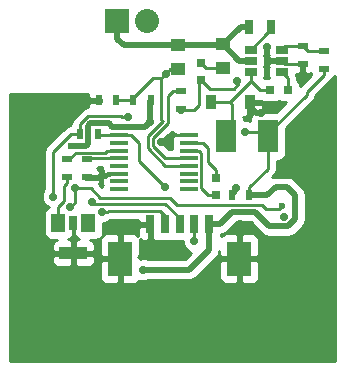
<source format=gbr>
G04 #@! TF.FileFunction,Copper,L1,Top,Signal*
%FSLAX46Y46*%
G04 Gerber Fmt 4.6, Leading zero omitted, Abs format (unit mm)*
G04 Created by KiCad (PCBNEW 4.0.1-2.fc23-product) date Wed 16 Mar 2016 04:27:10 PM CET*
%MOMM*%
G01*
G04 APERTURE LIST*
%ADD10C,0.100000*%
%ADD11R,0.750000X0.800000*%
%ADD12R,0.800000X0.750000*%
%ADD13R,1.250000X1.000000*%
%ADD14R,0.910000X1.220000*%
%ADD15R,1.778000X2.794000*%
%ADD16R,0.900000X0.500000*%
%ADD17R,0.500000X0.900000*%
%ADD18R,0.700000X1.300000*%
%ADD19R,1.200000X1.500000*%
%ADD20R,2.400000X1.100000*%
%ADD21R,0.800000X1.200000*%
%ADD22R,1.000760X0.690880*%
%ADD23R,1.500000X0.450000*%
%ADD24R,2.032000X2.032000*%
%ADD25O,2.032000X2.032000*%
%ADD26R,0.800000X1.600000*%
%ADD27R,2.100000X3.000000*%
%ADD28C,0.700000*%
%ADD29C,0.600000*%
%ADD30C,0.250000*%
%ADD31C,0.500000*%
%ADD32C,0.254000*%
G04 APERTURE END LIST*
D10*
D11*
X162150000Y-91300000D03*
X162150000Y-89800000D03*
D12*
X168250000Y-82400000D03*
X166750000Y-82400000D03*
D13*
X158950000Y-78600000D03*
X158950000Y-80600000D03*
X162750000Y-78500000D03*
X162750000Y-80500000D03*
D11*
X160900000Y-81550000D03*
X160900000Y-80050000D03*
D14*
X161765000Y-83400000D03*
X165035000Y-83400000D03*
D15*
X163022000Y-86300000D03*
X166578000Y-86300000D03*
D16*
X149550000Y-88250000D03*
X149550000Y-89750000D03*
X151250000Y-88250000D03*
X151250000Y-89750000D03*
D17*
X152150000Y-86100000D03*
X150650000Y-86100000D03*
X165000000Y-91300000D03*
X163500000Y-91300000D03*
D16*
X159200000Y-84000000D03*
X159200000Y-82500000D03*
D18*
X164950000Y-77000000D03*
X166850000Y-77000000D03*
D17*
X156650000Y-83250000D03*
X155150000Y-83250000D03*
X153750000Y-83250000D03*
X152250000Y-83250000D03*
D19*
X151370000Y-93660000D03*
X148830000Y-93660000D03*
D20*
X150100000Y-96200000D03*
D21*
X150100000Y-93660000D03*
D16*
X171300000Y-80600000D03*
X171300000Y-79100000D03*
X169500000Y-78650000D03*
X169500000Y-80150000D03*
D22*
X167750480Y-80849960D03*
X167750480Y-79900000D03*
X167750480Y-78950040D03*
X165149520Y-78950040D03*
X165149520Y-79900000D03*
X165149520Y-80849960D03*
D23*
X159850000Y-90765000D03*
X159850000Y-90115000D03*
X159850000Y-89465000D03*
X159850000Y-88815000D03*
X159850000Y-88165000D03*
X159850000Y-87515000D03*
X159850000Y-86865000D03*
X159850000Y-86215000D03*
X153950000Y-86215000D03*
X153950000Y-86865000D03*
X153950000Y-87515000D03*
X153950000Y-88165000D03*
X153950000Y-88815000D03*
X153950000Y-89465000D03*
X153950000Y-90115000D03*
X153950000Y-90765000D03*
D24*
X153800000Y-76500000D03*
D25*
X156340000Y-76500000D03*
D26*
X156600000Y-93750000D03*
X157850000Y-93750000D03*
X159100000Y-93750000D03*
X160350000Y-93750000D03*
X161600000Y-93750000D03*
D27*
X154050000Y-96650000D03*
X164150000Y-96650000D03*
D28*
X157900000Y-81000000D03*
X166500000Y-78700000D03*
X169800000Y-81400000D03*
X157500000Y-86800000D03*
X165991746Y-84352998D03*
X160900000Y-80050000D03*
X167900000Y-93100000D03*
X164200000Y-93694990D03*
D29*
X149900011Y-87099989D03*
D28*
X156600000Y-85100000D03*
X159200000Y-84074692D03*
X156000000Y-97600000D03*
X164600000Y-85900000D03*
X163950000Y-81600000D03*
X152500000Y-92675010D03*
X151700000Y-91824990D03*
X160350000Y-95200000D03*
X148400000Y-91400000D03*
X154700000Y-84699989D03*
D29*
X167750000Y-92200000D03*
D28*
X150200000Y-90700000D03*
X149800000Y-92300000D03*
X157825000Y-90600000D03*
X163850000Y-90690011D03*
D30*
X155150000Y-83250000D02*
X153750000Y-83250000D01*
X157550001Y-81349999D02*
X156850001Y-81349999D01*
X156850001Y-81349999D02*
X155150000Y-83050000D01*
X155150000Y-83050000D02*
X155150000Y-83250000D01*
X157900000Y-81000000D02*
X157550001Y-81349999D01*
X159850000Y-88815000D02*
X157879588Y-88815000D01*
X157879588Y-88815000D02*
X156374989Y-87310401D01*
X156374989Y-87310401D02*
X156374990Y-86289598D01*
X156374990Y-86289598D02*
X157649990Y-85014598D01*
X157649990Y-85014598D02*
X157550001Y-84914609D01*
X157550001Y-84914609D02*
X157550001Y-81349999D01*
X158950000Y-80600000D02*
X158300000Y-80600000D01*
X158300000Y-80600000D02*
X157900000Y-81000000D01*
X162750000Y-80500000D02*
X161350000Y-80500000D01*
X161350000Y-80500000D02*
X160900000Y-80050000D01*
D31*
X166500000Y-79649900D02*
X166500000Y-78700000D01*
X167750480Y-79900000D02*
X166750100Y-79900000D01*
X166750100Y-79900000D02*
X166500000Y-79649900D01*
X169500000Y-81100000D02*
X169800000Y-81400000D01*
X169500000Y-80150000D02*
X169500000Y-81100000D01*
D30*
X158085000Y-86215000D02*
X157500000Y-86800000D01*
X158585000Y-86215000D02*
X158085000Y-86215000D01*
X159850000Y-86215000D02*
X158585000Y-86215000D01*
D31*
X165035000Y-83835000D02*
X165552998Y-84352998D01*
X165552998Y-84352998D02*
X165991746Y-84352998D01*
X165035000Y-83400000D02*
X165035000Y-83835000D01*
D30*
X153034999Y-89365001D02*
X153300000Y-89365001D01*
X152800000Y-89465000D02*
X152635000Y-89465000D01*
X153950000Y-89465000D02*
X152800000Y-89465000D01*
X152935000Y-89465000D02*
X153034999Y-89365001D01*
X152800000Y-89465000D02*
X152935000Y-89465000D01*
X152939999Y-89564999D02*
X153200000Y-89564999D01*
X151250000Y-89750000D02*
X152754998Y-89750000D01*
X152754998Y-89750000D02*
X152939999Y-89564999D01*
X152635000Y-89465000D02*
X152350000Y-89750000D01*
X152350000Y-89750000D02*
X151250000Y-89750000D01*
X169500000Y-80150000D02*
X168000480Y-80150000D01*
X168000480Y-80150000D02*
X167750480Y-79900000D01*
D31*
X153400000Y-85499999D02*
X153100000Y-85199999D01*
X153100000Y-85199999D02*
X151539999Y-85199999D01*
X151539999Y-85199999D02*
X151350001Y-85389997D01*
X151350001Y-85389997D02*
X151350001Y-86910001D01*
X151350001Y-86910001D02*
X151160013Y-87099989D01*
X151160013Y-87099989D02*
X149900011Y-87099989D01*
X156600000Y-85100000D02*
X156600000Y-83300000D01*
X156600000Y-83300000D02*
X156650000Y-83250000D01*
D30*
X155175001Y-85374999D02*
X153400000Y-85499999D01*
D31*
X156200001Y-85499999D02*
X154233189Y-85499999D01*
X156600000Y-85100000D02*
X156200001Y-85499999D01*
X154233189Y-85499999D02*
X153400000Y-85499999D01*
X161600000Y-95900000D02*
X159900000Y-97600000D01*
X159900000Y-97600000D02*
X156000000Y-97600000D01*
X161600000Y-93750000D02*
X161600000Y-95900000D01*
X165000000Y-91300000D02*
X166515998Y-91300000D01*
X166515998Y-91300000D02*
X167215999Y-90599999D01*
X167215999Y-90599999D02*
X168199999Y-90599999D01*
X166700001Y-93900001D02*
X165500000Y-92700000D01*
X168199999Y-90599999D02*
X168900000Y-91300000D01*
X165500000Y-92700000D02*
X163550000Y-92700000D01*
X162500000Y-93750000D02*
X161600000Y-93750000D01*
X168900000Y-91300000D02*
X168900000Y-93284002D01*
X163550000Y-92700000D02*
X162500000Y-93750000D01*
X168900000Y-93284002D02*
X168284001Y-93900001D01*
X168284001Y-93900001D02*
X166700001Y-93900001D01*
D30*
X171300000Y-80600000D02*
X171300000Y-81100000D01*
X171300000Y-81100000D02*
X169850000Y-82550000D01*
X169850000Y-82550000D02*
X169850000Y-82770000D01*
X164600000Y-85900000D02*
X166178000Y-85900000D01*
X166178000Y-85900000D02*
X166578000Y-86300000D01*
X165000000Y-91300000D02*
X165000000Y-91500000D01*
X166578000Y-86300000D02*
X166578000Y-86808000D01*
X165000000Y-90600000D02*
X166578000Y-89022000D01*
X166578000Y-89022000D02*
X166578000Y-86300000D01*
X165000000Y-90600000D02*
X165000000Y-91300000D01*
X167078000Y-86050000D02*
X167078000Y-86558000D01*
X169850000Y-82770000D02*
X167078000Y-85542000D01*
X167078000Y-85542000D02*
X167078000Y-86050000D01*
X163700000Y-82250000D02*
X164073482Y-81876518D01*
X164073482Y-81876518D02*
X164073482Y-81789998D01*
X161625000Y-82250000D02*
X163700000Y-82250000D01*
X160750000Y-81350000D02*
X160750000Y-81375000D01*
X160750000Y-81375000D02*
X161625000Y-82250000D01*
X160350000Y-84050000D02*
X160750000Y-83650000D01*
X160750000Y-83650000D02*
X160750000Y-81350000D01*
X160350000Y-84050000D02*
X159250000Y-84050000D01*
D31*
X158950000Y-78600000D02*
X162650000Y-78600000D01*
X162650000Y-78600000D02*
X162750000Y-78500000D01*
X158950000Y-78600000D02*
X154384000Y-78600000D01*
X154384000Y-78600000D02*
X153800000Y-78016000D01*
X153800000Y-78016000D02*
X153800000Y-76500000D01*
X165149520Y-79900000D02*
X164150000Y-79900000D01*
X164150000Y-79900000D02*
X162750000Y-78500000D01*
X164950000Y-77000000D02*
X164250000Y-77000000D01*
X164250000Y-77000000D02*
X162750000Y-78500000D01*
D30*
X159075000Y-78600000D02*
X158950000Y-78600000D01*
X152500000Y-92675010D02*
X152994974Y-92675010D01*
X157424999Y-92624999D02*
X157850000Y-93050000D01*
X152994974Y-92675010D02*
X153044985Y-92624999D01*
X153044985Y-92624999D02*
X157424999Y-92624999D01*
X157850000Y-93050000D02*
X157850000Y-93750000D01*
X157885002Y-92000000D02*
X151800000Y-92000000D01*
X159100000Y-93214998D02*
X157885002Y-92000000D01*
X151800000Y-92000000D02*
X151800000Y-91924990D01*
X151800000Y-91924990D02*
X151700000Y-91824990D01*
X159100000Y-93750000D02*
X159100000Y-93214998D01*
X159100000Y-93750000D02*
X159100000Y-94285002D01*
X160350000Y-94800000D02*
X160350000Y-95200000D01*
X160350000Y-93750000D02*
X160350000Y-94800000D01*
X150650000Y-86100000D02*
X149900998Y-86100000D01*
X149900998Y-86100000D02*
X148400000Y-87600998D01*
X148400000Y-87600998D02*
X148400000Y-90905026D01*
X148400000Y-90905026D02*
X148400000Y-91400000D01*
X154105037Y-84600000D02*
X151326812Y-84600000D01*
X150650000Y-85276812D02*
X150650000Y-85400000D01*
X150650000Y-85400000D02*
X150650000Y-86100000D01*
X151326812Y-84600000D02*
X150650000Y-85276812D01*
X154700000Y-84699989D02*
X154205026Y-84699989D01*
X154205026Y-84699989D02*
X154105037Y-84600000D01*
X154700000Y-84700000D02*
X154700000Y-84699989D01*
X166850000Y-77000000D02*
X166850000Y-77249560D01*
X166850000Y-77249560D02*
X166450000Y-77649560D01*
X166450000Y-77649560D02*
X165149520Y-78950040D01*
X171300000Y-79100000D02*
X169950000Y-79100000D01*
X169950000Y-79100000D02*
X169500000Y-78650000D01*
X169500000Y-78650000D02*
X168050520Y-78650000D01*
X168050520Y-78650000D02*
X167750480Y-78950040D01*
X167525001Y-92424999D02*
X167750000Y-92200000D01*
X166074990Y-92124990D02*
X166374999Y-92424999D01*
X166374999Y-92424999D02*
X167525001Y-92424999D01*
X158875001Y-92075001D02*
X158924990Y-92124990D01*
X158924990Y-92124990D02*
X166074990Y-92124990D01*
X158300000Y-91500000D02*
X158875001Y-92075001D01*
X152374012Y-91500000D02*
X158300000Y-91500000D01*
X152374012Y-91500000D02*
X151574012Y-90700000D01*
X151574012Y-90700000D02*
X150200000Y-90700000D01*
X150200000Y-90700000D02*
X150200000Y-91900000D01*
X150200000Y-91900000D02*
X149800000Y-92300000D01*
X153950000Y-86215000D02*
X152235000Y-86215000D01*
X152235000Y-86215000D02*
X152150000Y-86300000D01*
X157825000Y-90600000D02*
X155650000Y-88425000D01*
X155650000Y-86850000D02*
X155015000Y-86215000D01*
X155015000Y-86215000D02*
X153950000Y-86215000D01*
X155650000Y-88425000D02*
X155650000Y-86850000D01*
X168250000Y-82400000D02*
X168250000Y-81349480D01*
X168250000Y-81349480D02*
X167750480Y-80849960D01*
X163522000Y-86050000D02*
X163522000Y-83533518D01*
X163522000Y-83533518D02*
X163388482Y-83400000D01*
X166750000Y-82400000D02*
X165910558Y-82400000D01*
X165910558Y-82400000D02*
X165149520Y-81638962D01*
X165149520Y-80849960D02*
X165149520Y-81638962D01*
X161765000Y-83400000D02*
X163388482Y-83400000D01*
X163388482Y-83400000D02*
X165149520Y-81638962D01*
X159850000Y-87515000D02*
X160760002Y-87515000D01*
X160760002Y-87515000D02*
X160925001Y-87679999D01*
X160925001Y-87679999D02*
X160925001Y-90700001D01*
X160925001Y-90700001D02*
X161525000Y-91300000D01*
X161525000Y-91300000D02*
X162150000Y-91300000D01*
X161500000Y-87250000D02*
X161500000Y-88500000D01*
X161500000Y-88500000D02*
X162150000Y-89150000D01*
X162150000Y-89150000D02*
X162150000Y-89800000D01*
X161115000Y-86865000D02*
X161500000Y-87250000D01*
X160850000Y-86865000D02*
X161115000Y-86865000D01*
X160915000Y-86865000D02*
X160850000Y-86865000D01*
X160850000Y-86865000D02*
X159850000Y-86865000D01*
X159850000Y-88165000D02*
X157865998Y-88165000D01*
X158500000Y-82500000D02*
X159200000Y-82500000D01*
X157865998Y-88165000D02*
X156824999Y-87124001D01*
X156824999Y-87124001D02*
X156824999Y-86475999D01*
X156824999Y-86475999D02*
X158100000Y-85200998D01*
X158100000Y-85200998D02*
X158100000Y-82900000D01*
X158100000Y-82900000D02*
X158500000Y-82500000D01*
X153950000Y-87515000D02*
X152950000Y-87515000D01*
X152950000Y-87515000D02*
X152790001Y-87674999D01*
X152790001Y-87674999D02*
X150325001Y-87674999D01*
X150325001Y-87674999D02*
X149750000Y-88250000D01*
X149750000Y-88250000D02*
X149550000Y-88250000D01*
X149300000Y-91800000D02*
X148830000Y-92270000D01*
X148830000Y-92270000D02*
X148830000Y-93660000D01*
X149300000Y-90500000D02*
X149300000Y-91800000D01*
X149550000Y-90250000D02*
X149300000Y-90500000D01*
X149550000Y-89750000D02*
X149550000Y-90250000D01*
X149550000Y-89750000D02*
X149530000Y-89770000D01*
X151250000Y-88250000D02*
X151450000Y-88250000D01*
X153950000Y-88165000D02*
X151335000Y-88165000D01*
X151335000Y-88165000D02*
X151250000Y-88250000D01*
X163850000Y-90690011D02*
X163850000Y-90950000D01*
X163850000Y-90950000D02*
X163500000Y-91300000D01*
X163400000Y-91200000D02*
X163500000Y-91300000D01*
X163500000Y-91300000D02*
X163500000Y-91500000D01*
D32*
G36*
X172290000Y-105290000D02*
X144710000Y-105290000D01*
X144710000Y-96485750D01*
X148265000Y-96485750D01*
X148265000Y-96876310D01*
X148361673Y-97109699D01*
X148540302Y-97288327D01*
X148773691Y-97385000D01*
X149814250Y-97385000D01*
X149973000Y-97226250D01*
X149973000Y-96327000D01*
X150227000Y-96327000D01*
X150227000Y-97226250D01*
X150385750Y-97385000D01*
X151426309Y-97385000D01*
X151659698Y-97288327D01*
X151838327Y-97109699D01*
X151910379Y-96935750D01*
X152365000Y-96935750D01*
X152365000Y-98276310D01*
X152461673Y-98509699D01*
X152640302Y-98688327D01*
X152873691Y-98785000D01*
X153764250Y-98785000D01*
X153923000Y-98626250D01*
X153923000Y-96777000D01*
X152523750Y-96777000D01*
X152365000Y-96935750D01*
X151910379Y-96935750D01*
X151935000Y-96876310D01*
X151935000Y-96485750D01*
X151776250Y-96327000D01*
X150227000Y-96327000D01*
X149973000Y-96327000D01*
X148423750Y-96327000D01*
X148265000Y-96485750D01*
X144710000Y-96485750D01*
X144710000Y-82727000D01*
X151365000Y-82727000D01*
X151365000Y-82964250D01*
X151523750Y-83123000D01*
X152125000Y-83123000D01*
X152125000Y-83103000D01*
X152375000Y-83103000D01*
X152375000Y-83123000D01*
X152397000Y-83123000D01*
X152397000Y-83377000D01*
X152375000Y-83377000D01*
X152375000Y-83397000D01*
X152125000Y-83397000D01*
X152125000Y-83377000D01*
X151523750Y-83377000D01*
X151365000Y-83535750D01*
X151365000Y-83826310D01*
X151370671Y-83840000D01*
X151326812Y-83840000D01*
X151035973Y-83897852D01*
X150789411Y-84062599D01*
X150112599Y-84739411D01*
X149947852Y-84985973D01*
X149891459Y-85269479D01*
X149834194Y-85353288D01*
X149610159Y-85397852D01*
X149363597Y-85562599D01*
X147862599Y-87063597D01*
X147697852Y-87310159D01*
X147640000Y-87600998D01*
X147640000Y-90766889D01*
X147565445Y-90841314D01*
X147415172Y-91203212D01*
X147414830Y-91595069D01*
X147564471Y-91957229D01*
X147841314Y-92234555D01*
X148008933Y-92304157D01*
X147994683Y-92306838D01*
X147778559Y-92445910D01*
X147633569Y-92658110D01*
X147582560Y-92910000D01*
X147582560Y-94410000D01*
X147626838Y-94645317D01*
X147765910Y-94861441D01*
X147978110Y-95006431D01*
X148230000Y-95057440D01*
X148671232Y-95057440D01*
X148540302Y-95111673D01*
X148361673Y-95290301D01*
X148265000Y-95523690D01*
X148265000Y-95914250D01*
X148423750Y-96073000D01*
X149973000Y-96073000D01*
X149973000Y-95173750D01*
X149814250Y-95015000D01*
X149655549Y-95015000D01*
X149665317Y-95013162D01*
X149881441Y-94874090D01*
X150026431Y-94661890D01*
X150077440Y-94410000D01*
X150077440Y-93513000D01*
X150122560Y-93513000D01*
X150122560Y-94410000D01*
X150166838Y-94645317D01*
X150305910Y-94861441D01*
X150518110Y-95006431D01*
X150560425Y-95015000D01*
X150385750Y-95015000D01*
X150227000Y-95173750D01*
X150227000Y-96073000D01*
X151776250Y-96073000D01*
X151935000Y-95914250D01*
X151935000Y-95523690D01*
X151838327Y-95290301D01*
X151659698Y-95111673D01*
X151528768Y-95057440D01*
X151970000Y-95057440D01*
X152205317Y-95013162D01*
X152421441Y-94874090D01*
X152435473Y-94853554D01*
X152365000Y-95023690D01*
X152365000Y-96364250D01*
X152523750Y-96523000D01*
X153923000Y-96523000D01*
X153923000Y-94673750D01*
X153764250Y-94515000D01*
X152873691Y-94515000D01*
X152640302Y-94611673D01*
X152515404Y-94736570D01*
X152566431Y-94661890D01*
X152617440Y-94410000D01*
X152617440Y-93660112D01*
X152695069Y-93660180D01*
X153057229Y-93510539D01*
X153167210Y-93400750D01*
X153246394Y-93384999D01*
X155565000Y-93384999D01*
X155565000Y-93464250D01*
X155723750Y-93623000D01*
X156473000Y-93623000D01*
X156473000Y-93603000D01*
X156727000Y-93603000D01*
X156727000Y-93623000D01*
X156747000Y-93623000D01*
X156747000Y-93877000D01*
X156727000Y-93877000D01*
X156727000Y-95026250D01*
X156885750Y-95185000D01*
X157126309Y-95185000D01*
X157212424Y-95149330D01*
X157450000Y-95197440D01*
X158250000Y-95197440D01*
X158483260Y-95153549D01*
X158700000Y-95197440D01*
X159365002Y-95197440D01*
X159364830Y-95395069D01*
X159514471Y-95757229D01*
X159791314Y-96034555D01*
X160089887Y-96158533D01*
X159533420Y-96715000D01*
X156437201Y-96715000D01*
X156196788Y-96615172D01*
X155804931Y-96614830D01*
X155735000Y-96643725D01*
X155735000Y-96522998D01*
X155576252Y-96522998D01*
X155735000Y-96364250D01*
X155735000Y-95023690D01*
X155706246Y-94954272D01*
X155840302Y-95088327D01*
X156073691Y-95185000D01*
X156314250Y-95185000D01*
X156473000Y-95026250D01*
X156473000Y-93877000D01*
X155723750Y-93877000D01*
X155565000Y-94035750D01*
X155565000Y-94676310D01*
X155593754Y-94745728D01*
X155459698Y-94611673D01*
X155226309Y-94515000D01*
X154335750Y-94515000D01*
X154177000Y-94673750D01*
X154177000Y-96523000D01*
X154197000Y-96523000D01*
X154197000Y-96777000D01*
X154177000Y-96777000D01*
X154177000Y-98626250D01*
X154335750Y-98785000D01*
X155226309Y-98785000D01*
X155459698Y-98688327D01*
X155633619Y-98514407D01*
X155803212Y-98584828D01*
X156195069Y-98585170D01*
X156437500Y-98485000D01*
X159899995Y-98485000D01*
X159900000Y-98485001D01*
X160182484Y-98428810D01*
X160238675Y-98417633D01*
X160525790Y-98225790D01*
X161815829Y-96935750D01*
X162465000Y-96935750D01*
X162465000Y-98276310D01*
X162561673Y-98509699D01*
X162740302Y-98688327D01*
X162973691Y-98785000D01*
X163864250Y-98785000D01*
X164023000Y-98626250D01*
X164023000Y-96777000D01*
X164277000Y-96777000D01*
X164277000Y-98626250D01*
X164435750Y-98785000D01*
X165326309Y-98785000D01*
X165559698Y-98688327D01*
X165738327Y-98509699D01*
X165835000Y-98276310D01*
X165835000Y-96935750D01*
X165676250Y-96777000D01*
X164277000Y-96777000D01*
X164023000Y-96777000D01*
X162623750Y-96777000D01*
X162465000Y-96935750D01*
X161815829Y-96935750D01*
X162225787Y-96525792D01*
X162225790Y-96525790D01*
X162417633Y-96238675D01*
X162450588Y-96073000D01*
X162465000Y-96000549D01*
X162465000Y-96364250D01*
X162623750Y-96523000D01*
X164023000Y-96523000D01*
X164023000Y-94673750D01*
X164277000Y-94673750D01*
X164277000Y-96523000D01*
X165676250Y-96523000D01*
X165835000Y-96364250D01*
X165835000Y-95023690D01*
X165738327Y-94790301D01*
X165559698Y-94611673D01*
X165326309Y-94515000D01*
X164435750Y-94515000D01*
X164277000Y-94673750D01*
X164023000Y-94673750D01*
X163864250Y-94515000D01*
X162973691Y-94515000D01*
X162740302Y-94611673D01*
X162608200Y-94743775D01*
X162635693Y-94608009D01*
X162797411Y-94575841D01*
X162838675Y-94567633D01*
X163125790Y-94375790D01*
X163916579Y-93585000D01*
X165133420Y-93585000D01*
X166074209Y-94525788D01*
X166074211Y-94525791D01*
X166361326Y-94717634D01*
X166417517Y-94728811D01*
X166700001Y-94785002D01*
X166700006Y-94785001D01*
X168283996Y-94785001D01*
X168284001Y-94785002D01*
X168566485Y-94728811D01*
X168622676Y-94717634D01*
X168909791Y-94525791D01*
X169525787Y-93909794D01*
X169525790Y-93909792D01*
X169717633Y-93622677D01*
X169724650Y-93587401D01*
X169785001Y-93284002D01*
X169785000Y-93283997D01*
X169785000Y-91300005D01*
X169785001Y-91300000D01*
X169717633Y-90961326D01*
X169717633Y-90961325D01*
X169525790Y-90674210D01*
X169525787Y-90674208D01*
X168825789Y-89974209D01*
X168769859Y-89936838D01*
X168538674Y-89782366D01*
X168453607Y-89765445D01*
X168199999Y-89714998D01*
X168199994Y-89714999D01*
X167216004Y-89714999D01*
X167215999Y-89714998D01*
X166962391Y-89765445D01*
X166896188Y-89778614D01*
X167115401Y-89559401D01*
X167280148Y-89312839D01*
X167338000Y-89022000D01*
X167338000Y-88344440D01*
X167467000Y-88344440D01*
X167702317Y-88300162D01*
X167918441Y-88161090D01*
X168063431Y-87948890D01*
X168114440Y-87697000D01*
X168114440Y-85580362D01*
X170387401Y-83307401D01*
X170552148Y-83060839D01*
X170586460Y-82888342D01*
X171837401Y-81637401D01*
X171956937Y-81458502D01*
X171985317Y-81453162D01*
X172201441Y-81314090D01*
X172290000Y-81184480D01*
X172290000Y-105290000D01*
X172290000Y-105290000D01*
G37*
X172290000Y-105290000D02*
X144710000Y-105290000D01*
X144710000Y-96485750D01*
X148265000Y-96485750D01*
X148265000Y-96876310D01*
X148361673Y-97109699D01*
X148540302Y-97288327D01*
X148773691Y-97385000D01*
X149814250Y-97385000D01*
X149973000Y-97226250D01*
X149973000Y-96327000D01*
X150227000Y-96327000D01*
X150227000Y-97226250D01*
X150385750Y-97385000D01*
X151426309Y-97385000D01*
X151659698Y-97288327D01*
X151838327Y-97109699D01*
X151910379Y-96935750D01*
X152365000Y-96935750D01*
X152365000Y-98276310D01*
X152461673Y-98509699D01*
X152640302Y-98688327D01*
X152873691Y-98785000D01*
X153764250Y-98785000D01*
X153923000Y-98626250D01*
X153923000Y-96777000D01*
X152523750Y-96777000D01*
X152365000Y-96935750D01*
X151910379Y-96935750D01*
X151935000Y-96876310D01*
X151935000Y-96485750D01*
X151776250Y-96327000D01*
X150227000Y-96327000D01*
X149973000Y-96327000D01*
X148423750Y-96327000D01*
X148265000Y-96485750D01*
X144710000Y-96485750D01*
X144710000Y-82727000D01*
X151365000Y-82727000D01*
X151365000Y-82964250D01*
X151523750Y-83123000D01*
X152125000Y-83123000D01*
X152125000Y-83103000D01*
X152375000Y-83103000D01*
X152375000Y-83123000D01*
X152397000Y-83123000D01*
X152397000Y-83377000D01*
X152375000Y-83377000D01*
X152375000Y-83397000D01*
X152125000Y-83397000D01*
X152125000Y-83377000D01*
X151523750Y-83377000D01*
X151365000Y-83535750D01*
X151365000Y-83826310D01*
X151370671Y-83840000D01*
X151326812Y-83840000D01*
X151035973Y-83897852D01*
X150789411Y-84062599D01*
X150112599Y-84739411D01*
X149947852Y-84985973D01*
X149891459Y-85269479D01*
X149834194Y-85353288D01*
X149610159Y-85397852D01*
X149363597Y-85562599D01*
X147862599Y-87063597D01*
X147697852Y-87310159D01*
X147640000Y-87600998D01*
X147640000Y-90766889D01*
X147565445Y-90841314D01*
X147415172Y-91203212D01*
X147414830Y-91595069D01*
X147564471Y-91957229D01*
X147841314Y-92234555D01*
X148008933Y-92304157D01*
X147994683Y-92306838D01*
X147778559Y-92445910D01*
X147633569Y-92658110D01*
X147582560Y-92910000D01*
X147582560Y-94410000D01*
X147626838Y-94645317D01*
X147765910Y-94861441D01*
X147978110Y-95006431D01*
X148230000Y-95057440D01*
X148671232Y-95057440D01*
X148540302Y-95111673D01*
X148361673Y-95290301D01*
X148265000Y-95523690D01*
X148265000Y-95914250D01*
X148423750Y-96073000D01*
X149973000Y-96073000D01*
X149973000Y-95173750D01*
X149814250Y-95015000D01*
X149655549Y-95015000D01*
X149665317Y-95013162D01*
X149881441Y-94874090D01*
X150026431Y-94661890D01*
X150077440Y-94410000D01*
X150077440Y-93513000D01*
X150122560Y-93513000D01*
X150122560Y-94410000D01*
X150166838Y-94645317D01*
X150305910Y-94861441D01*
X150518110Y-95006431D01*
X150560425Y-95015000D01*
X150385750Y-95015000D01*
X150227000Y-95173750D01*
X150227000Y-96073000D01*
X151776250Y-96073000D01*
X151935000Y-95914250D01*
X151935000Y-95523690D01*
X151838327Y-95290301D01*
X151659698Y-95111673D01*
X151528768Y-95057440D01*
X151970000Y-95057440D01*
X152205317Y-95013162D01*
X152421441Y-94874090D01*
X152435473Y-94853554D01*
X152365000Y-95023690D01*
X152365000Y-96364250D01*
X152523750Y-96523000D01*
X153923000Y-96523000D01*
X153923000Y-94673750D01*
X153764250Y-94515000D01*
X152873691Y-94515000D01*
X152640302Y-94611673D01*
X152515404Y-94736570D01*
X152566431Y-94661890D01*
X152617440Y-94410000D01*
X152617440Y-93660112D01*
X152695069Y-93660180D01*
X153057229Y-93510539D01*
X153167210Y-93400750D01*
X153246394Y-93384999D01*
X155565000Y-93384999D01*
X155565000Y-93464250D01*
X155723750Y-93623000D01*
X156473000Y-93623000D01*
X156473000Y-93603000D01*
X156727000Y-93603000D01*
X156727000Y-93623000D01*
X156747000Y-93623000D01*
X156747000Y-93877000D01*
X156727000Y-93877000D01*
X156727000Y-95026250D01*
X156885750Y-95185000D01*
X157126309Y-95185000D01*
X157212424Y-95149330D01*
X157450000Y-95197440D01*
X158250000Y-95197440D01*
X158483260Y-95153549D01*
X158700000Y-95197440D01*
X159365002Y-95197440D01*
X159364830Y-95395069D01*
X159514471Y-95757229D01*
X159791314Y-96034555D01*
X160089887Y-96158533D01*
X159533420Y-96715000D01*
X156437201Y-96715000D01*
X156196788Y-96615172D01*
X155804931Y-96614830D01*
X155735000Y-96643725D01*
X155735000Y-96522998D01*
X155576252Y-96522998D01*
X155735000Y-96364250D01*
X155735000Y-95023690D01*
X155706246Y-94954272D01*
X155840302Y-95088327D01*
X156073691Y-95185000D01*
X156314250Y-95185000D01*
X156473000Y-95026250D01*
X156473000Y-93877000D01*
X155723750Y-93877000D01*
X155565000Y-94035750D01*
X155565000Y-94676310D01*
X155593754Y-94745728D01*
X155459698Y-94611673D01*
X155226309Y-94515000D01*
X154335750Y-94515000D01*
X154177000Y-94673750D01*
X154177000Y-96523000D01*
X154197000Y-96523000D01*
X154197000Y-96777000D01*
X154177000Y-96777000D01*
X154177000Y-98626250D01*
X154335750Y-98785000D01*
X155226309Y-98785000D01*
X155459698Y-98688327D01*
X155633619Y-98514407D01*
X155803212Y-98584828D01*
X156195069Y-98585170D01*
X156437500Y-98485000D01*
X159899995Y-98485000D01*
X159900000Y-98485001D01*
X160182484Y-98428810D01*
X160238675Y-98417633D01*
X160525790Y-98225790D01*
X161815829Y-96935750D01*
X162465000Y-96935750D01*
X162465000Y-98276310D01*
X162561673Y-98509699D01*
X162740302Y-98688327D01*
X162973691Y-98785000D01*
X163864250Y-98785000D01*
X164023000Y-98626250D01*
X164023000Y-96777000D01*
X164277000Y-96777000D01*
X164277000Y-98626250D01*
X164435750Y-98785000D01*
X165326309Y-98785000D01*
X165559698Y-98688327D01*
X165738327Y-98509699D01*
X165835000Y-98276310D01*
X165835000Y-96935750D01*
X165676250Y-96777000D01*
X164277000Y-96777000D01*
X164023000Y-96777000D01*
X162623750Y-96777000D01*
X162465000Y-96935750D01*
X161815829Y-96935750D01*
X162225787Y-96525792D01*
X162225790Y-96525790D01*
X162417633Y-96238675D01*
X162450588Y-96073000D01*
X162465000Y-96000549D01*
X162465000Y-96364250D01*
X162623750Y-96523000D01*
X164023000Y-96523000D01*
X164023000Y-94673750D01*
X164277000Y-94673750D01*
X164277000Y-96523000D01*
X165676250Y-96523000D01*
X165835000Y-96364250D01*
X165835000Y-95023690D01*
X165738327Y-94790301D01*
X165559698Y-94611673D01*
X165326309Y-94515000D01*
X164435750Y-94515000D01*
X164277000Y-94673750D01*
X164023000Y-94673750D01*
X163864250Y-94515000D01*
X162973691Y-94515000D01*
X162740302Y-94611673D01*
X162608200Y-94743775D01*
X162635693Y-94608009D01*
X162797411Y-94575841D01*
X162838675Y-94567633D01*
X163125790Y-94375790D01*
X163916579Y-93585000D01*
X165133420Y-93585000D01*
X166074209Y-94525788D01*
X166074211Y-94525791D01*
X166361326Y-94717634D01*
X166417517Y-94728811D01*
X166700001Y-94785002D01*
X166700006Y-94785001D01*
X168283996Y-94785001D01*
X168284001Y-94785002D01*
X168566485Y-94728811D01*
X168622676Y-94717634D01*
X168909791Y-94525791D01*
X169525787Y-93909794D01*
X169525790Y-93909792D01*
X169717633Y-93622677D01*
X169724650Y-93587401D01*
X169785001Y-93284002D01*
X169785000Y-93283997D01*
X169785000Y-91300005D01*
X169785001Y-91300000D01*
X169717633Y-90961326D01*
X169717633Y-90961325D01*
X169525790Y-90674210D01*
X169525787Y-90674208D01*
X168825789Y-89974209D01*
X168769859Y-89936838D01*
X168538674Y-89782366D01*
X168453607Y-89765445D01*
X168199999Y-89714998D01*
X168199994Y-89714999D01*
X167216004Y-89714999D01*
X167215999Y-89714998D01*
X166962391Y-89765445D01*
X166896188Y-89778614D01*
X167115401Y-89559401D01*
X167280148Y-89312839D01*
X167338000Y-89022000D01*
X167338000Y-88344440D01*
X167467000Y-88344440D01*
X167702317Y-88300162D01*
X167918441Y-88161090D01*
X168063431Y-87948890D01*
X168114440Y-87697000D01*
X168114440Y-85580362D01*
X170387401Y-83307401D01*
X170552148Y-83060839D01*
X170586460Y-82888342D01*
X171837401Y-81637401D01*
X171956937Y-81458502D01*
X171985317Y-81453162D01*
X172201441Y-81314090D01*
X172290000Y-81184480D01*
X172290000Y-105290000D01*
G36*
X152552560Y-89040000D02*
X152565980Y-89111323D01*
X152565000Y-89113690D01*
X152565000Y-89193750D01*
X152585312Y-89214062D01*
X152596838Y-89275317D01*
X152720329Y-89467227D01*
X152603569Y-89638110D01*
X152588442Y-89712808D01*
X152565000Y-89736250D01*
X152565000Y-89816310D01*
X152566667Y-89820335D01*
X152552560Y-89890000D01*
X152552560Y-90340000D01*
X152572067Y-90443671D01*
X152552560Y-90540000D01*
X152552560Y-90603746D01*
X152258884Y-90310070D01*
X152335000Y-90126309D01*
X152335000Y-90033750D01*
X152176250Y-89875000D01*
X151377000Y-89875000D01*
X151377000Y-89897000D01*
X151123000Y-89897000D01*
X151123000Y-89875000D01*
X151103000Y-89875000D01*
X151103000Y-89625000D01*
X151123000Y-89625000D01*
X151123000Y-89603000D01*
X151377000Y-89603000D01*
X151377000Y-89625000D01*
X152176250Y-89625000D01*
X152335000Y-89466250D01*
X152335000Y-89373691D01*
X152238327Y-89140302D01*
X152097090Y-88999064D01*
X152151441Y-88964090D01*
X152178150Y-88925000D01*
X152552560Y-88925000D01*
X152552560Y-89040000D01*
X152552560Y-89040000D01*
G37*
X152552560Y-89040000D02*
X152565980Y-89111323D01*
X152565000Y-89113690D01*
X152565000Y-89193750D01*
X152585312Y-89214062D01*
X152596838Y-89275317D01*
X152720329Y-89467227D01*
X152603569Y-89638110D01*
X152588442Y-89712808D01*
X152565000Y-89736250D01*
X152565000Y-89816310D01*
X152566667Y-89820335D01*
X152552560Y-89890000D01*
X152552560Y-90340000D01*
X152572067Y-90443671D01*
X152552560Y-90540000D01*
X152552560Y-90603746D01*
X152258884Y-90310070D01*
X152335000Y-90126309D01*
X152335000Y-90033750D01*
X152176250Y-89875000D01*
X151377000Y-89875000D01*
X151377000Y-89897000D01*
X151123000Y-89897000D01*
X151123000Y-89875000D01*
X151103000Y-89875000D01*
X151103000Y-89625000D01*
X151123000Y-89625000D01*
X151123000Y-89603000D01*
X151377000Y-89603000D01*
X151377000Y-89625000D01*
X152176250Y-89625000D01*
X152335000Y-89466250D01*
X152335000Y-89373691D01*
X152238327Y-89140302D01*
X152097090Y-88999064D01*
X152151441Y-88964090D01*
X152178150Y-88925000D01*
X152552560Y-88925000D01*
X152552560Y-89040000D01*
G36*
X158465000Y-85943750D02*
X158623750Y-86102500D01*
X158762641Y-86102500D01*
X158648559Y-86175910D01*
X158503569Y-86388110D01*
X158488442Y-86462808D01*
X158465000Y-86486250D01*
X158465000Y-86566310D01*
X158466667Y-86570335D01*
X158452560Y-86640000D01*
X158452560Y-87090000D01*
X158472067Y-87193671D01*
X158452560Y-87290000D01*
X158452560Y-87405000D01*
X158180800Y-87405000D01*
X157584999Y-86809199D01*
X157584999Y-86790801D01*
X158465000Y-85910800D01*
X158465000Y-85943750D01*
X158465000Y-85943750D01*
G37*
X158465000Y-85943750D02*
X158623750Y-86102500D01*
X158762641Y-86102500D01*
X158648559Y-86175910D01*
X158503569Y-86388110D01*
X158488442Y-86462808D01*
X158465000Y-86486250D01*
X158465000Y-86566310D01*
X158466667Y-86570335D01*
X158452560Y-86640000D01*
X158452560Y-87090000D01*
X158472067Y-87193671D01*
X158452560Y-87290000D01*
X158452560Y-87405000D01*
X158180800Y-87405000D01*
X157584999Y-86809199D01*
X157584999Y-86790801D01*
X158465000Y-85910800D01*
X158465000Y-85943750D01*
G36*
X165162000Y-83273000D02*
X165954051Y-83273000D01*
X166098110Y-83371431D01*
X166350000Y-83422440D01*
X167150000Y-83422440D01*
X167385317Y-83378162D01*
X167499978Y-83304380D01*
X167598110Y-83371431D01*
X167850000Y-83422440D01*
X168122758Y-83422440D01*
X167289638Y-84255560D01*
X166075605Y-84255560D01*
X166125000Y-84136310D01*
X166125000Y-83685750D01*
X165966250Y-83527000D01*
X165162000Y-83527000D01*
X165162000Y-84486250D01*
X165187672Y-84511922D01*
X165092569Y-84651110D01*
X165041560Y-84903000D01*
X165041560Y-85016810D01*
X164796788Y-84915172D01*
X164558440Y-84914964D01*
X164558440Y-84903000D01*
X164514162Y-84667683D01*
X164499566Y-84645000D01*
X164749250Y-84645000D01*
X164908000Y-84486250D01*
X164908000Y-83527000D01*
X164888000Y-83527000D01*
X164888000Y-83273000D01*
X164908000Y-83273000D01*
X164908000Y-83253000D01*
X165162000Y-83253000D01*
X165162000Y-83273000D01*
X165162000Y-83273000D01*
G37*
X165162000Y-83273000D02*
X165954051Y-83273000D01*
X166098110Y-83371431D01*
X166350000Y-83422440D01*
X167150000Y-83422440D01*
X167385317Y-83378162D01*
X167499978Y-83304380D01*
X167598110Y-83371431D01*
X167850000Y-83422440D01*
X168122758Y-83422440D01*
X167289638Y-84255560D01*
X166075605Y-84255560D01*
X166125000Y-84136310D01*
X166125000Y-83685750D01*
X165966250Y-83527000D01*
X165162000Y-83527000D01*
X165162000Y-84486250D01*
X165187672Y-84511922D01*
X165092569Y-84651110D01*
X165041560Y-84903000D01*
X165041560Y-85016810D01*
X164796788Y-84915172D01*
X164558440Y-84914964D01*
X164558440Y-84903000D01*
X164514162Y-84667683D01*
X164499566Y-84645000D01*
X164749250Y-84645000D01*
X164908000Y-84486250D01*
X164908000Y-83527000D01*
X164888000Y-83527000D01*
X164888000Y-83273000D01*
X164908000Y-83273000D01*
X164908000Y-83253000D01*
X165162000Y-83253000D01*
X165162000Y-83273000D01*
G36*
X169627000Y-80025000D02*
X169647000Y-80025000D01*
X169647000Y-80275000D01*
X169627000Y-80275000D01*
X169627000Y-80876250D01*
X169785750Y-81035000D01*
X170076310Y-81035000D01*
X170225725Y-80973110D01*
X170245736Y-81079462D01*
X169312599Y-82012599D01*
X169297440Y-82035286D01*
X169297440Y-82025000D01*
X169253162Y-81789683D01*
X169114090Y-81573559D01*
X169010000Y-81502437D01*
X169010000Y-81349480D01*
X168952148Y-81058641D01*
X168936352Y-81035000D01*
X169214250Y-81035000D01*
X169373000Y-80876250D01*
X169373000Y-80275000D01*
X169353000Y-80275000D01*
X169353000Y-80025000D01*
X169373000Y-80025000D01*
X169373000Y-80003000D01*
X169627000Y-80003000D01*
X169627000Y-80025000D01*
X169627000Y-80025000D01*
G37*
X169627000Y-80025000D02*
X169647000Y-80025000D01*
X169647000Y-80275000D01*
X169627000Y-80275000D01*
X169627000Y-80876250D01*
X169785750Y-81035000D01*
X170076310Y-81035000D01*
X170225725Y-80973110D01*
X170245736Y-81079462D01*
X169312599Y-82012599D01*
X169297440Y-82035286D01*
X169297440Y-82025000D01*
X169253162Y-81789683D01*
X169114090Y-81573559D01*
X169010000Y-81502437D01*
X169010000Y-81349480D01*
X168952148Y-81058641D01*
X168936352Y-81035000D01*
X169214250Y-81035000D01*
X169373000Y-80876250D01*
X169373000Y-80275000D01*
X169353000Y-80275000D01*
X169353000Y-80025000D01*
X169373000Y-80025000D01*
X169373000Y-80003000D01*
X169627000Y-80003000D01*
X169627000Y-80025000D01*
G36*
X166602660Y-78604600D02*
X166602660Y-79295480D01*
X166623725Y-79407429D01*
X166615100Y-79428251D01*
X166615100Y-79614250D01*
X166773850Y-79773000D01*
X166824178Y-79773000D01*
X166998210Y-79891911D01*
X167030374Y-79898424D01*
X167014783Y-79901358D01*
X166819530Y-80027000D01*
X166773850Y-80027000D01*
X166615100Y-80185750D01*
X166615100Y-80371749D01*
X166624803Y-80395174D01*
X166602660Y-80504520D01*
X166602660Y-81195400D01*
X166636936Y-81377560D01*
X166350000Y-81377560D01*
X166256904Y-81395077D01*
X166297340Y-81195400D01*
X166297340Y-80504520D01*
X166272071Y-80370224D01*
X166297340Y-80245440D01*
X166297340Y-79554560D01*
X166272071Y-79420264D01*
X166297340Y-79295480D01*
X166297340Y-78877022D01*
X166611014Y-78563348D01*
X166602660Y-78604600D01*
X166602660Y-78604600D01*
G37*
X166602660Y-78604600D02*
X166602660Y-79295480D01*
X166623725Y-79407429D01*
X166615100Y-79428251D01*
X166615100Y-79614250D01*
X166773850Y-79773000D01*
X166824178Y-79773000D01*
X166998210Y-79891911D01*
X167030374Y-79898424D01*
X167014783Y-79901358D01*
X166819530Y-80027000D01*
X166773850Y-80027000D01*
X166615100Y-80185750D01*
X166615100Y-80371749D01*
X166624803Y-80395174D01*
X166602660Y-80504520D01*
X166602660Y-81195400D01*
X166636936Y-81377560D01*
X166350000Y-81377560D01*
X166256904Y-81395077D01*
X166297340Y-81195400D01*
X166297340Y-80504520D01*
X166272071Y-80370224D01*
X166297340Y-80245440D01*
X166297340Y-79554560D01*
X166272071Y-79420264D01*
X166297340Y-79295480D01*
X166297340Y-78877022D01*
X166611014Y-78563348D01*
X166602660Y-78604600D01*
G36*
X162877000Y-80373000D02*
X162897000Y-80373000D01*
X162897000Y-80627000D01*
X162877000Y-80627000D01*
X162877000Y-80647000D01*
X162623000Y-80647000D01*
X162623000Y-80627000D01*
X162603000Y-80627000D01*
X162603000Y-80373000D01*
X162623000Y-80373000D01*
X162623000Y-80353000D01*
X162877000Y-80353000D01*
X162877000Y-80373000D01*
X162877000Y-80373000D01*
G37*
X162877000Y-80373000D02*
X162897000Y-80373000D01*
X162897000Y-80627000D01*
X162877000Y-80627000D01*
X162877000Y-80647000D01*
X162623000Y-80647000D01*
X162623000Y-80627000D01*
X162603000Y-80627000D01*
X162603000Y-80373000D01*
X162623000Y-80373000D01*
X162623000Y-80353000D01*
X162877000Y-80353000D01*
X162877000Y-80373000D01*
G36*
X161027000Y-79923000D02*
X161047000Y-79923000D01*
X161047000Y-80177000D01*
X161027000Y-80177000D01*
X161027000Y-80197000D01*
X160773000Y-80197000D01*
X160773000Y-80177000D01*
X160753000Y-80177000D01*
X160753000Y-79923000D01*
X160773000Y-79923000D01*
X160773000Y-79903000D01*
X161027000Y-79903000D01*
X161027000Y-79923000D01*
X161027000Y-79923000D01*
G37*
X161027000Y-79923000D02*
X161047000Y-79923000D01*
X161047000Y-80177000D01*
X161027000Y-80177000D01*
X161027000Y-80197000D01*
X160773000Y-80197000D01*
X160773000Y-80177000D01*
X160753000Y-80177000D01*
X160753000Y-79923000D01*
X160773000Y-79923000D01*
X160773000Y-79903000D01*
X161027000Y-79903000D01*
X161027000Y-79923000D01*
M02*

</source>
